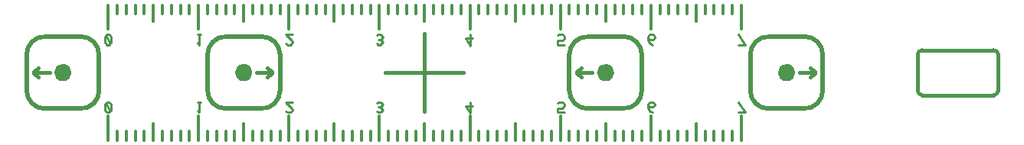
<source format=gbo>
G04 DesignSpark PCB Gerber Version 10.0 Build 5299*
G04 #@! TF.Part,Single*
G04 #@! TF.FileFunction,Legend,Bot*
G04 #@! TF.FilePolarity,Positive*
%FSLAX35Y35*%
%MOMM*%
%ADD94C,0.25000*%
%ADD10C,0.30000*%
%ADD12C,0.40000*%
%ADD11C,0.50000*%
G04 #@! TD.AperFunction*
X0Y0D02*
D02*
D10*
X1962000Y619000D02*
Y803300D01*
X1962050Y885000D02*
Y620700D01*
Y1935000D02*
Y2119300D01*
Y1855000D01*
X2062000Y619000D02*
Y719000D01*
X2062050Y2119300D02*
Y2019300D01*
X2162000Y619000D02*
Y719000D01*
X2162050Y2119300D02*
Y2019300D01*
X2262000Y619000D02*
Y719000D01*
X2262050Y2119300D02*
Y2019300D01*
X2362000Y619000D02*
Y719000D01*
X2362050Y2119300D02*
Y2019300D01*
X2462000Y619000D02*
Y803300D01*
X2462050Y2119300D02*
Y1935000D01*
X2562000Y619000D02*
Y719000D01*
X2562050Y2119300D02*
Y2019300D01*
X2662000Y619000D02*
Y719000D01*
X2662050Y2119300D02*
Y2019300D01*
X2762000Y619000D02*
Y719000D01*
X2762050Y2119300D02*
Y2019300D01*
X2862000Y619000D02*
Y719000D01*
X2862050Y2119300D02*
Y2019300D01*
X2962000Y619000D02*
Y803300D01*
X2962050Y885000D02*
Y620700D01*
Y1935000D02*
Y2119300D01*
Y1855000D01*
X3062000Y619000D02*
Y719000D01*
X3062050Y2119300D02*
Y2019300D01*
X3162000Y619000D02*
Y719000D01*
X3162050Y2119300D02*
Y2019300D01*
X3262000Y619000D02*
Y719000D01*
X3262050Y2119300D02*
Y2019300D01*
X3362000Y619000D02*
Y719000D01*
X3362050Y2119300D02*
Y2019300D01*
X3462000Y619000D02*
Y803300D01*
X3462050Y2119300D02*
Y1935000D01*
X3562000Y619000D02*
Y719000D01*
X3562050Y2119300D02*
Y2019300D01*
X3662000Y619000D02*
Y719000D01*
X3662050Y2119300D02*
Y2019300D01*
X3762000Y619000D02*
Y719000D01*
X3762050Y2119300D02*
Y2019300D01*
X3862000Y619000D02*
Y719000D01*
X3862050Y2119300D02*
Y2019300D01*
X3962000Y619000D02*
Y803300D01*
X3962050Y885000D02*
Y620700D01*
Y2119300D02*
Y1855000D01*
X4062000Y619000D02*
Y719000D01*
X4062050Y2119300D02*
Y2019300D01*
X4162000Y619000D02*
Y719000D01*
X4162050Y2119300D02*
Y2019300D01*
X4262000Y619000D02*
Y719000D01*
X4262050Y2119300D02*
Y2019300D01*
X4362000Y619000D02*
Y719000D01*
X4362050Y2119300D02*
Y2019300D01*
X4462000Y619000D02*
Y803300D01*
X4462050Y2119300D02*
Y1935000D01*
X4562000Y619000D02*
Y719000D01*
X4562050Y2119300D02*
Y2019300D01*
X4662000Y619000D02*
Y719000D01*
X4662050Y2119300D02*
Y2019300D01*
X4762000Y619000D02*
Y719000D01*
X4762050Y2119300D02*
Y2019300D01*
X4862000Y619000D02*
Y719000D01*
X4862050Y2119300D02*
Y2019300D01*
X4962000Y619000D02*
Y803300D01*
X4962050Y885000D02*
Y620700D01*
Y1935000D02*
Y2119300D01*
Y1855000D01*
X5061950Y619700D02*
Y719700D01*
X5062000Y2119000D02*
Y2019000D01*
X5161950Y619700D02*
Y719700D01*
X5162000Y2119000D02*
Y2019000D01*
X5261950Y619700D02*
Y719700D01*
X5262000Y2119000D02*
Y2019000D01*
X5361950Y619700D02*
Y719700D01*
X5362000Y2119000D02*
Y2019000D01*
X5461950Y619700D02*
Y804000D01*
X5462000Y2119000D02*
Y1934700D01*
X5561950Y619700D02*
Y719700D01*
X5562000Y2119000D02*
Y2019000D01*
X5661950Y619700D02*
Y719700D01*
X5662000Y2119000D02*
Y2019000D01*
X5761950Y619700D02*
Y719700D01*
X5762000Y2119000D02*
Y2019000D01*
X5861950Y619700D02*
Y719700D01*
X5862000Y2119000D02*
Y2019000D01*
X5961950Y619700D02*
Y884000D01*
Y1853000D02*
Y2117300D01*
X5962000Y2119000D02*
Y1934700D01*
X6061950Y619700D02*
Y719700D01*
X6062000Y2119000D02*
Y2019000D01*
X6161950Y619700D02*
Y719700D01*
X6162000Y2119000D02*
Y2019000D01*
X6261950Y619700D02*
Y719700D01*
X6262000Y2119000D02*
Y2019000D01*
X6361950Y619700D02*
Y719700D01*
X6362000Y2119000D02*
Y2019000D01*
X6461950Y619700D02*
Y804000D01*
X6462000Y2119000D02*
Y1934700D01*
X6561950Y619700D02*
Y719700D01*
X6562000Y2119000D02*
Y2019000D01*
X6661950Y619700D02*
Y719700D01*
X6662000Y2119000D02*
Y2019000D01*
X6761950Y619700D02*
Y719700D01*
X6762000Y2119000D02*
Y2019000D01*
X6861950Y619700D02*
Y719700D01*
X6862000Y2119000D02*
Y2019000D01*
X6961950Y619700D02*
Y884000D01*
Y804000D02*
Y619700D01*
Y1853000D02*
Y2117300D01*
X6962000Y2119000D02*
Y1934700D01*
X7061950Y619700D02*
Y719700D01*
X7062000Y2119000D02*
Y2019000D01*
X7161950Y619700D02*
Y719700D01*
X7162000Y2119000D02*
Y2019000D01*
X7261950Y619700D02*
Y719700D01*
X7262000Y2119000D02*
Y2019000D01*
X7361950Y619700D02*
Y719700D01*
X7362000Y2119000D02*
Y2019000D01*
X7461950Y619700D02*
Y804000D01*
X7462000Y2119000D02*
Y1934700D01*
X7561950Y619700D02*
Y719700D01*
X7562000Y2119000D02*
Y2019000D01*
X7661950Y619700D02*
Y719700D01*
X7662000Y2119000D02*
Y2019000D01*
X7761950Y619700D02*
Y719700D01*
X7762000Y2119000D02*
Y2019000D01*
X7861950Y619700D02*
Y719700D01*
X7862000Y2119000D02*
Y2019000D01*
X7961950Y619700D02*
Y884000D01*
Y804000D02*
Y619700D01*
Y1853000D02*
Y2117300D01*
X7962000Y2119000D02*
Y1934700D01*
X8061950Y619700D02*
Y719700D01*
X8062000Y2119000D02*
Y2019000D01*
X8161950Y619700D02*
Y719700D01*
X8162000Y2119000D02*
Y2019000D01*
X8261950Y619700D02*
Y719700D01*
X8262000Y2119000D02*
Y2019000D01*
X8361950Y619700D02*
Y719700D01*
X8362000Y2119000D02*
Y2019000D01*
X8461950Y619700D02*
Y804000D01*
X8462000Y2119000D02*
Y1934700D01*
X8561950Y619700D02*
Y719700D01*
X8562000Y2119000D02*
Y2019000D01*
X8661950Y619700D02*
Y719700D01*
X8662000Y2119000D02*
Y2019000D01*
X8761950Y619700D02*
Y719700D01*
X8762000Y2119000D02*
Y2019000D01*
X8861950Y619700D02*
Y719700D01*
X8862000Y2119000D02*
Y2019000D01*
X8961950Y619700D02*
Y884000D01*
Y804000D02*
Y619700D01*
Y1853000D02*
Y2117300D01*
X8962000Y2119000D02*
Y1934700D01*
D02*
D11*
X1262050Y969300D02*
X1662050D01*
G75*
G03*
X1862050Y1169300I0J200000D01*
G01*
Y1569300D01*
G75*
G03*
X1662050Y1769300I-200000J0D01*
G01*
X1262050D01*
G75*
G03*
X1062050Y1569300I0J-200000D01*
G01*
Y1169300D01*
G75*
G03*
X1262050Y969300I200000J0D01*
G01*
X3262050D02*
X3662050D01*
G75*
G03*
X3862050Y1169300I0J200000D01*
G01*
Y1569300D01*
G75*
G03*
X3662050Y1769300I-200000J0D01*
G01*
X3262050D01*
G75*
G03*
X3062050Y1569300I0J-200000D01*
G01*
Y1169300D01*
G75*
G03*
X3262050Y969300I200000J0D01*
G01*
X7262050D02*
X7662050D01*
G75*
G03*
X7862050Y1169300I0J200000D01*
G01*
Y1569300D01*
G75*
G03*
X7662050Y1769300I-200000J0D01*
G01*
X7262050D01*
G75*
G03*
X7062050Y1569300I0J-200000D01*
G01*
Y1169300D01*
G75*
G03*
X7262050Y969300I200000J0D01*
G01*
X9262050D02*
X9662050D01*
G75*
G03*
X9862050Y1169300I0J200000D01*
G01*
Y1569300D01*
G75*
G03*
X9662050Y1769300I-200000J0D01*
G01*
X9262050D01*
G75*
G03*
X9062050Y1569300I0J-200000D01*
G01*
Y1169300D01*
G75*
G03*
X9262050Y969300I200000J0D01*
G01*
D02*
D12*
X1194000Y1425000D02*
X1144000Y1375000D01*
Y1365000D01*
X1194000Y1315000D01*
X1314000Y1369300D02*
X1154000D01*
X1462000Y1444000D02*
G75*
G03*
Y1294000I0J-75000D01*
G01*
G75*
G03*
Y1444000I0J75000D01*
G01*
G36*
X1462000Y1444000D02*
G75*
G03*
Y1294000I0J-75000D01*
G01*
G75*
G03*
Y1444000I0J75000D01*
G01*
G37*
X3462000D02*
G75*
G03*
Y1294000I0J-75000D01*
G01*
G75*
G03*
Y1444000I0J75000D01*
G01*
G36*
X3462000Y1444000D02*
G75*
G03*
Y1294000I0J-75000D01*
G01*
G75*
G03*
Y1444000I0J75000D01*
G01*
G37*
X3603000Y1369300D02*
X3763000D01*
X3773000Y1365000D02*
X3723000Y1315000D01*
X3773000Y1375000D02*
X3723000Y1425000D01*
X5462050Y940000D02*
Y1802000D01*
X5891000Y1369300D02*
X5029000D01*
X7143950Y1365000D02*
X7193950Y1315000D01*
X7143950Y1375000D02*
X7193950Y1425000D01*
X7315000Y1369300D02*
X7155000D01*
X7462000Y1444000D02*
G75*
G03*
Y1294000I0J-75000D01*
G01*
G75*
G03*
Y1444000I0J75000D01*
G01*
G36*
X7462000Y1444000D02*
G75*
G03*
Y1294000I0J-75000D01*
G01*
G75*
G03*
Y1444000I0J75000D01*
G01*
G37*
X9462000D02*
G75*
G03*
Y1294000I0J-75000D01*
G01*
G75*
G03*
Y1444000I0J75000D01*
G01*
G36*
X9462000Y1444000D02*
G75*
G03*
Y1294000I0J-75000D01*
G01*
G75*
G03*
Y1444000I0J75000D01*
G01*
G37*
X9605000Y1369300D02*
X9765000D01*
X9775000Y1365000D02*
X9725000Y1315000D01*
X9775000Y1375000D02*
X9725000Y1425000D01*
X11802050Y1169300D02*
Y1569300D01*
G75*
G03*
X11752050Y1619300I-50000J0D01*
G01*
X10962050D01*
G75*
G03*
X10912050Y1569300I0J-50000D01*
G01*
Y1169300D01*
G75*
G03*
X10962050Y1119300I50000J0D01*
G01*
X11752050D01*
G75*
G03*
X11802050Y1169300I0J50000D01*
G01*
D02*
D94*
X1933380Y1031800D02*
X1952130Y1041170D01*
X1970880D01*
X1989630Y1031800D01*
X1999000Y1013050D01*
Y956800D01*
X1989630Y938050D01*
X1970880Y928670D01*
X1952130D01*
X1933380Y938050D01*
X1924000Y956800D01*
Y1013050D01*
X1933380Y1031800D01*
X1989630Y938050D01*
X1933380Y1781800D02*
X1952130Y1791170D01*
X1970880D01*
X1989630Y1781800D01*
X1999000Y1763050D01*
Y1706800D01*
X1989630Y1688050D01*
X1970880Y1678670D01*
X1952130D01*
X1933380Y1688050D01*
X1924000Y1706800D01*
Y1763050D01*
X1933380Y1781800D01*
X1989630Y1688050D01*
X2948750Y1041170D02*
X2986250D01*
X2967500D02*
Y928670D01*
X2948750Y947420D01*
Y1791170D02*
X2986250D01*
X2967500D02*
Y1678670D01*
X2948750Y1697420D01*
X4004000Y1041170D02*
X3929000D01*
X3994630Y975550D01*
X4004000Y956800D01*
X3994630Y938050D01*
X3975880Y928670D01*
X3947750D01*
X3929000Y938050D01*
X4004000Y1791170D02*
X3929000D01*
X3994630Y1725550D01*
X4004000Y1706800D01*
X3994630Y1688050D01*
X3975880Y1678670D01*
X3947750D01*
X3929000Y1688050D01*
X4931380Y1031800D02*
X4950130Y1041170D01*
X4968880D01*
X4987630Y1031800D01*
X4997000Y1013050D01*
X4987630Y994300D01*
X4968880Y984920D01*
X4950130D01*
X4968880D02*
X4987630Y975550D01*
X4997000Y956800D01*
X4987630Y938050D01*
X4968880Y928670D01*
X4950130D01*
X4931380Y938050D01*
Y1781800D02*
X4950130Y1791170D01*
X4968880D01*
X4987630Y1781800D01*
X4997000Y1763050D01*
X4987630Y1744300D01*
X4968880Y1734920D01*
X4950130D01*
X4968880D02*
X4987630Y1725550D01*
X4997000Y1706800D01*
X4987630Y1688050D01*
X4968880Y1678670D01*
X4950130D01*
X4931380Y1688050D01*
X5963000Y1039300D02*
Y919300D01*
X5913000Y999300D01*
X5993000D01*
X5963000Y1789300D02*
Y1669300D01*
X5913000Y1749300D01*
X5993000D01*
X6932000Y1031800D02*
X6950750Y1041170D01*
X6978880D01*
X6997630Y1031800D01*
X7007000Y1013050D01*
Y1003670D01*
X6997630Y984920D01*
X6978880Y975550D01*
X6932000D01*
Y928670D01*
X7007000D01*
X6932000Y1781800D02*
X6950750Y1791170D01*
X6978880D01*
X6997630Y1781800D01*
X7007000Y1763050D01*
Y1753670D01*
X6997630Y1734920D01*
X6978880Y1725550D01*
X6932000D01*
Y1678670D01*
X7007000D01*
X7930000Y1013050D02*
X7939380Y994300D01*
X7958130Y984920D01*
X7976880D01*
X7995630Y994300D01*
X8005000Y1013050D01*
X7995630Y1031800D01*
X7976880Y1041170D01*
X7958130D01*
X7939380Y1031800D01*
X7930000Y1013050D01*
Y984920D01*
X7939380Y956800D01*
X7958130Y938050D01*
X7976880Y928670D01*
X7930000Y1763050D02*
X7939380Y1744300D01*
X7958130Y1734920D01*
X7976880D01*
X7995630Y1744300D01*
X8005000Y1763050D01*
X7995630Y1781800D01*
X7976880Y1791170D01*
X7958130D01*
X7939380Y1781800D01*
X7930000Y1763050D01*
Y1734920D01*
X7939380Y1706800D01*
X7958130Y1688050D01*
X7976880Y1678670D01*
X8932000Y1041170D02*
X9007000Y928670D01*
X8932000D01*
Y1791170D02*
X9007000Y1678670D01*
X8932000D01*
X0Y0D02*
M02*

</source>
